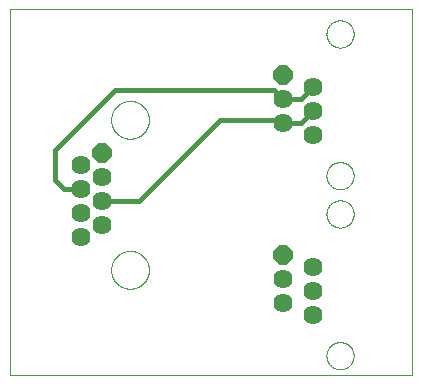
<source format=gtl>
G75*
%MOIN*%
%OFA0B0*%
%FSLAX25Y25*%
%IPPOS*%
%LPD*%
%AMOC8*
5,1,8,0,0,1.08239X$1,22.5*
%
%ADD10C,0.00000*%
%ADD11OC8,0.06378*%
%ADD12C,0.06378*%
%ADD13C,0.01600*%
D10*
X0001407Y0011778D02*
X0001407Y0133826D01*
X0135266Y0133826D01*
X0135266Y0011778D01*
X0001407Y0011778D01*
X0035108Y0046778D02*
X0035110Y0046936D01*
X0035116Y0047094D01*
X0035126Y0047252D01*
X0035140Y0047410D01*
X0035158Y0047567D01*
X0035179Y0047724D01*
X0035205Y0047880D01*
X0035235Y0048036D01*
X0035268Y0048191D01*
X0035306Y0048344D01*
X0035347Y0048497D01*
X0035392Y0048649D01*
X0035441Y0048800D01*
X0035494Y0048949D01*
X0035550Y0049097D01*
X0035610Y0049243D01*
X0035674Y0049388D01*
X0035742Y0049531D01*
X0035813Y0049673D01*
X0035887Y0049813D01*
X0035965Y0049950D01*
X0036047Y0050086D01*
X0036131Y0050220D01*
X0036220Y0050351D01*
X0036311Y0050480D01*
X0036406Y0050607D01*
X0036503Y0050732D01*
X0036604Y0050854D01*
X0036708Y0050973D01*
X0036815Y0051090D01*
X0036925Y0051204D01*
X0037038Y0051315D01*
X0037153Y0051424D01*
X0037271Y0051529D01*
X0037392Y0051631D01*
X0037515Y0051731D01*
X0037641Y0051827D01*
X0037769Y0051920D01*
X0037899Y0052010D01*
X0038032Y0052096D01*
X0038167Y0052180D01*
X0038303Y0052259D01*
X0038442Y0052336D01*
X0038583Y0052408D01*
X0038725Y0052478D01*
X0038869Y0052543D01*
X0039015Y0052605D01*
X0039162Y0052663D01*
X0039311Y0052718D01*
X0039461Y0052769D01*
X0039612Y0052816D01*
X0039764Y0052859D01*
X0039917Y0052898D01*
X0040072Y0052934D01*
X0040227Y0052965D01*
X0040383Y0052993D01*
X0040539Y0053017D01*
X0040696Y0053037D01*
X0040854Y0053053D01*
X0041011Y0053065D01*
X0041170Y0053073D01*
X0041328Y0053077D01*
X0041486Y0053077D01*
X0041644Y0053073D01*
X0041803Y0053065D01*
X0041960Y0053053D01*
X0042118Y0053037D01*
X0042275Y0053017D01*
X0042431Y0052993D01*
X0042587Y0052965D01*
X0042742Y0052934D01*
X0042897Y0052898D01*
X0043050Y0052859D01*
X0043202Y0052816D01*
X0043353Y0052769D01*
X0043503Y0052718D01*
X0043652Y0052663D01*
X0043799Y0052605D01*
X0043945Y0052543D01*
X0044089Y0052478D01*
X0044231Y0052408D01*
X0044372Y0052336D01*
X0044511Y0052259D01*
X0044647Y0052180D01*
X0044782Y0052096D01*
X0044915Y0052010D01*
X0045045Y0051920D01*
X0045173Y0051827D01*
X0045299Y0051731D01*
X0045422Y0051631D01*
X0045543Y0051529D01*
X0045661Y0051424D01*
X0045776Y0051315D01*
X0045889Y0051204D01*
X0045999Y0051090D01*
X0046106Y0050973D01*
X0046210Y0050854D01*
X0046311Y0050732D01*
X0046408Y0050607D01*
X0046503Y0050480D01*
X0046594Y0050351D01*
X0046683Y0050220D01*
X0046767Y0050086D01*
X0046849Y0049950D01*
X0046927Y0049813D01*
X0047001Y0049673D01*
X0047072Y0049531D01*
X0047140Y0049388D01*
X0047204Y0049243D01*
X0047264Y0049097D01*
X0047320Y0048949D01*
X0047373Y0048800D01*
X0047422Y0048649D01*
X0047467Y0048497D01*
X0047508Y0048344D01*
X0047546Y0048191D01*
X0047579Y0048036D01*
X0047609Y0047880D01*
X0047635Y0047724D01*
X0047656Y0047567D01*
X0047674Y0047410D01*
X0047688Y0047252D01*
X0047698Y0047094D01*
X0047704Y0046936D01*
X0047706Y0046778D01*
X0047704Y0046620D01*
X0047698Y0046462D01*
X0047688Y0046304D01*
X0047674Y0046146D01*
X0047656Y0045989D01*
X0047635Y0045832D01*
X0047609Y0045676D01*
X0047579Y0045520D01*
X0047546Y0045365D01*
X0047508Y0045212D01*
X0047467Y0045059D01*
X0047422Y0044907D01*
X0047373Y0044756D01*
X0047320Y0044607D01*
X0047264Y0044459D01*
X0047204Y0044313D01*
X0047140Y0044168D01*
X0047072Y0044025D01*
X0047001Y0043883D01*
X0046927Y0043743D01*
X0046849Y0043606D01*
X0046767Y0043470D01*
X0046683Y0043336D01*
X0046594Y0043205D01*
X0046503Y0043076D01*
X0046408Y0042949D01*
X0046311Y0042824D01*
X0046210Y0042702D01*
X0046106Y0042583D01*
X0045999Y0042466D01*
X0045889Y0042352D01*
X0045776Y0042241D01*
X0045661Y0042132D01*
X0045543Y0042027D01*
X0045422Y0041925D01*
X0045299Y0041825D01*
X0045173Y0041729D01*
X0045045Y0041636D01*
X0044915Y0041546D01*
X0044782Y0041460D01*
X0044647Y0041376D01*
X0044511Y0041297D01*
X0044372Y0041220D01*
X0044231Y0041148D01*
X0044089Y0041078D01*
X0043945Y0041013D01*
X0043799Y0040951D01*
X0043652Y0040893D01*
X0043503Y0040838D01*
X0043353Y0040787D01*
X0043202Y0040740D01*
X0043050Y0040697D01*
X0042897Y0040658D01*
X0042742Y0040622D01*
X0042587Y0040591D01*
X0042431Y0040563D01*
X0042275Y0040539D01*
X0042118Y0040519D01*
X0041960Y0040503D01*
X0041803Y0040491D01*
X0041644Y0040483D01*
X0041486Y0040479D01*
X0041328Y0040479D01*
X0041170Y0040483D01*
X0041011Y0040491D01*
X0040854Y0040503D01*
X0040696Y0040519D01*
X0040539Y0040539D01*
X0040383Y0040563D01*
X0040227Y0040591D01*
X0040072Y0040622D01*
X0039917Y0040658D01*
X0039764Y0040697D01*
X0039612Y0040740D01*
X0039461Y0040787D01*
X0039311Y0040838D01*
X0039162Y0040893D01*
X0039015Y0040951D01*
X0038869Y0041013D01*
X0038725Y0041078D01*
X0038583Y0041148D01*
X0038442Y0041220D01*
X0038303Y0041297D01*
X0038167Y0041376D01*
X0038032Y0041460D01*
X0037899Y0041546D01*
X0037769Y0041636D01*
X0037641Y0041729D01*
X0037515Y0041825D01*
X0037392Y0041925D01*
X0037271Y0042027D01*
X0037153Y0042132D01*
X0037038Y0042241D01*
X0036925Y0042352D01*
X0036815Y0042466D01*
X0036708Y0042583D01*
X0036604Y0042702D01*
X0036503Y0042824D01*
X0036406Y0042949D01*
X0036311Y0043076D01*
X0036220Y0043205D01*
X0036131Y0043336D01*
X0036047Y0043470D01*
X0035965Y0043606D01*
X0035887Y0043743D01*
X0035813Y0043883D01*
X0035742Y0044025D01*
X0035674Y0044168D01*
X0035610Y0044313D01*
X0035550Y0044459D01*
X0035494Y0044607D01*
X0035441Y0044756D01*
X0035392Y0044907D01*
X0035347Y0045059D01*
X0035306Y0045212D01*
X0035268Y0045365D01*
X0035235Y0045520D01*
X0035205Y0045676D01*
X0035179Y0045832D01*
X0035158Y0045989D01*
X0035140Y0046146D01*
X0035126Y0046304D01*
X0035116Y0046462D01*
X0035110Y0046620D01*
X0035108Y0046778D01*
X0035108Y0096778D02*
X0035110Y0096936D01*
X0035116Y0097094D01*
X0035126Y0097252D01*
X0035140Y0097410D01*
X0035158Y0097567D01*
X0035179Y0097724D01*
X0035205Y0097880D01*
X0035235Y0098036D01*
X0035268Y0098191D01*
X0035306Y0098344D01*
X0035347Y0098497D01*
X0035392Y0098649D01*
X0035441Y0098800D01*
X0035494Y0098949D01*
X0035550Y0099097D01*
X0035610Y0099243D01*
X0035674Y0099388D01*
X0035742Y0099531D01*
X0035813Y0099673D01*
X0035887Y0099813D01*
X0035965Y0099950D01*
X0036047Y0100086D01*
X0036131Y0100220D01*
X0036220Y0100351D01*
X0036311Y0100480D01*
X0036406Y0100607D01*
X0036503Y0100732D01*
X0036604Y0100854D01*
X0036708Y0100973D01*
X0036815Y0101090D01*
X0036925Y0101204D01*
X0037038Y0101315D01*
X0037153Y0101424D01*
X0037271Y0101529D01*
X0037392Y0101631D01*
X0037515Y0101731D01*
X0037641Y0101827D01*
X0037769Y0101920D01*
X0037899Y0102010D01*
X0038032Y0102096D01*
X0038167Y0102180D01*
X0038303Y0102259D01*
X0038442Y0102336D01*
X0038583Y0102408D01*
X0038725Y0102478D01*
X0038869Y0102543D01*
X0039015Y0102605D01*
X0039162Y0102663D01*
X0039311Y0102718D01*
X0039461Y0102769D01*
X0039612Y0102816D01*
X0039764Y0102859D01*
X0039917Y0102898D01*
X0040072Y0102934D01*
X0040227Y0102965D01*
X0040383Y0102993D01*
X0040539Y0103017D01*
X0040696Y0103037D01*
X0040854Y0103053D01*
X0041011Y0103065D01*
X0041170Y0103073D01*
X0041328Y0103077D01*
X0041486Y0103077D01*
X0041644Y0103073D01*
X0041803Y0103065D01*
X0041960Y0103053D01*
X0042118Y0103037D01*
X0042275Y0103017D01*
X0042431Y0102993D01*
X0042587Y0102965D01*
X0042742Y0102934D01*
X0042897Y0102898D01*
X0043050Y0102859D01*
X0043202Y0102816D01*
X0043353Y0102769D01*
X0043503Y0102718D01*
X0043652Y0102663D01*
X0043799Y0102605D01*
X0043945Y0102543D01*
X0044089Y0102478D01*
X0044231Y0102408D01*
X0044372Y0102336D01*
X0044511Y0102259D01*
X0044647Y0102180D01*
X0044782Y0102096D01*
X0044915Y0102010D01*
X0045045Y0101920D01*
X0045173Y0101827D01*
X0045299Y0101731D01*
X0045422Y0101631D01*
X0045543Y0101529D01*
X0045661Y0101424D01*
X0045776Y0101315D01*
X0045889Y0101204D01*
X0045999Y0101090D01*
X0046106Y0100973D01*
X0046210Y0100854D01*
X0046311Y0100732D01*
X0046408Y0100607D01*
X0046503Y0100480D01*
X0046594Y0100351D01*
X0046683Y0100220D01*
X0046767Y0100086D01*
X0046849Y0099950D01*
X0046927Y0099813D01*
X0047001Y0099673D01*
X0047072Y0099531D01*
X0047140Y0099388D01*
X0047204Y0099243D01*
X0047264Y0099097D01*
X0047320Y0098949D01*
X0047373Y0098800D01*
X0047422Y0098649D01*
X0047467Y0098497D01*
X0047508Y0098344D01*
X0047546Y0098191D01*
X0047579Y0098036D01*
X0047609Y0097880D01*
X0047635Y0097724D01*
X0047656Y0097567D01*
X0047674Y0097410D01*
X0047688Y0097252D01*
X0047698Y0097094D01*
X0047704Y0096936D01*
X0047706Y0096778D01*
X0047704Y0096620D01*
X0047698Y0096462D01*
X0047688Y0096304D01*
X0047674Y0096146D01*
X0047656Y0095989D01*
X0047635Y0095832D01*
X0047609Y0095676D01*
X0047579Y0095520D01*
X0047546Y0095365D01*
X0047508Y0095212D01*
X0047467Y0095059D01*
X0047422Y0094907D01*
X0047373Y0094756D01*
X0047320Y0094607D01*
X0047264Y0094459D01*
X0047204Y0094313D01*
X0047140Y0094168D01*
X0047072Y0094025D01*
X0047001Y0093883D01*
X0046927Y0093743D01*
X0046849Y0093606D01*
X0046767Y0093470D01*
X0046683Y0093336D01*
X0046594Y0093205D01*
X0046503Y0093076D01*
X0046408Y0092949D01*
X0046311Y0092824D01*
X0046210Y0092702D01*
X0046106Y0092583D01*
X0045999Y0092466D01*
X0045889Y0092352D01*
X0045776Y0092241D01*
X0045661Y0092132D01*
X0045543Y0092027D01*
X0045422Y0091925D01*
X0045299Y0091825D01*
X0045173Y0091729D01*
X0045045Y0091636D01*
X0044915Y0091546D01*
X0044782Y0091460D01*
X0044647Y0091376D01*
X0044511Y0091297D01*
X0044372Y0091220D01*
X0044231Y0091148D01*
X0044089Y0091078D01*
X0043945Y0091013D01*
X0043799Y0090951D01*
X0043652Y0090893D01*
X0043503Y0090838D01*
X0043353Y0090787D01*
X0043202Y0090740D01*
X0043050Y0090697D01*
X0042897Y0090658D01*
X0042742Y0090622D01*
X0042587Y0090591D01*
X0042431Y0090563D01*
X0042275Y0090539D01*
X0042118Y0090519D01*
X0041960Y0090503D01*
X0041803Y0090491D01*
X0041644Y0090483D01*
X0041486Y0090479D01*
X0041328Y0090479D01*
X0041170Y0090483D01*
X0041011Y0090491D01*
X0040854Y0090503D01*
X0040696Y0090519D01*
X0040539Y0090539D01*
X0040383Y0090563D01*
X0040227Y0090591D01*
X0040072Y0090622D01*
X0039917Y0090658D01*
X0039764Y0090697D01*
X0039612Y0090740D01*
X0039461Y0090787D01*
X0039311Y0090838D01*
X0039162Y0090893D01*
X0039015Y0090951D01*
X0038869Y0091013D01*
X0038725Y0091078D01*
X0038583Y0091148D01*
X0038442Y0091220D01*
X0038303Y0091297D01*
X0038167Y0091376D01*
X0038032Y0091460D01*
X0037899Y0091546D01*
X0037769Y0091636D01*
X0037641Y0091729D01*
X0037515Y0091825D01*
X0037392Y0091925D01*
X0037271Y0092027D01*
X0037153Y0092132D01*
X0037038Y0092241D01*
X0036925Y0092352D01*
X0036815Y0092466D01*
X0036708Y0092583D01*
X0036604Y0092702D01*
X0036503Y0092824D01*
X0036406Y0092949D01*
X0036311Y0093076D01*
X0036220Y0093205D01*
X0036131Y0093336D01*
X0036047Y0093470D01*
X0035965Y0093606D01*
X0035887Y0093743D01*
X0035813Y0093883D01*
X0035742Y0094025D01*
X0035674Y0094168D01*
X0035610Y0094313D01*
X0035550Y0094459D01*
X0035494Y0094607D01*
X0035441Y0094756D01*
X0035392Y0094907D01*
X0035347Y0095059D01*
X0035306Y0095212D01*
X0035268Y0095365D01*
X0035235Y0095520D01*
X0035205Y0095676D01*
X0035179Y0095832D01*
X0035158Y0095989D01*
X0035140Y0096146D01*
X0035126Y0096304D01*
X0035116Y0096462D01*
X0035110Y0096620D01*
X0035108Y0096778D01*
X0106879Y0078156D02*
X0106881Y0078290D01*
X0106887Y0078424D01*
X0106897Y0078558D01*
X0106911Y0078692D01*
X0106929Y0078825D01*
X0106950Y0078957D01*
X0106976Y0079089D01*
X0107006Y0079220D01*
X0107039Y0079350D01*
X0107076Y0079478D01*
X0107118Y0079606D01*
X0107162Y0079733D01*
X0107211Y0079858D01*
X0107263Y0079981D01*
X0107319Y0080103D01*
X0107379Y0080224D01*
X0107442Y0080342D01*
X0107508Y0080459D01*
X0107578Y0080573D01*
X0107651Y0080686D01*
X0107728Y0080796D01*
X0107808Y0080904D01*
X0107891Y0081009D01*
X0107977Y0081112D01*
X0108066Y0081212D01*
X0108158Y0081310D01*
X0108253Y0081405D01*
X0108351Y0081497D01*
X0108451Y0081586D01*
X0108554Y0081672D01*
X0108659Y0081755D01*
X0108767Y0081835D01*
X0108877Y0081912D01*
X0108990Y0081985D01*
X0109104Y0082055D01*
X0109221Y0082121D01*
X0109339Y0082184D01*
X0109460Y0082244D01*
X0109582Y0082300D01*
X0109705Y0082352D01*
X0109830Y0082401D01*
X0109957Y0082445D01*
X0110085Y0082487D01*
X0110213Y0082524D01*
X0110343Y0082557D01*
X0110474Y0082587D01*
X0110606Y0082613D01*
X0110738Y0082634D01*
X0110871Y0082652D01*
X0111005Y0082666D01*
X0111139Y0082676D01*
X0111273Y0082682D01*
X0111407Y0082684D01*
X0111541Y0082682D01*
X0111675Y0082676D01*
X0111809Y0082666D01*
X0111943Y0082652D01*
X0112076Y0082634D01*
X0112208Y0082613D01*
X0112340Y0082587D01*
X0112471Y0082557D01*
X0112601Y0082524D01*
X0112729Y0082487D01*
X0112857Y0082445D01*
X0112984Y0082401D01*
X0113109Y0082352D01*
X0113232Y0082300D01*
X0113354Y0082244D01*
X0113475Y0082184D01*
X0113593Y0082121D01*
X0113710Y0082055D01*
X0113824Y0081985D01*
X0113937Y0081912D01*
X0114047Y0081835D01*
X0114155Y0081755D01*
X0114260Y0081672D01*
X0114363Y0081586D01*
X0114463Y0081497D01*
X0114561Y0081405D01*
X0114656Y0081310D01*
X0114748Y0081212D01*
X0114837Y0081112D01*
X0114923Y0081009D01*
X0115006Y0080904D01*
X0115086Y0080796D01*
X0115163Y0080686D01*
X0115236Y0080573D01*
X0115306Y0080459D01*
X0115372Y0080342D01*
X0115435Y0080224D01*
X0115495Y0080103D01*
X0115551Y0079981D01*
X0115603Y0079858D01*
X0115652Y0079733D01*
X0115696Y0079606D01*
X0115738Y0079478D01*
X0115775Y0079350D01*
X0115808Y0079220D01*
X0115838Y0079089D01*
X0115864Y0078957D01*
X0115885Y0078825D01*
X0115903Y0078692D01*
X0115917Y0078558D01*
X0115927Y0078424D01*
X0115933Y0078290D01*
X0115935Y0078156D01*
X0115933Y0078022D01*
X0115927Y0077888D01*
X0115917Y0077754D01*
X0115903Y0077620D01*
X0115885Y0077487D01*
X0115864Y0077355D01*
X0115838Y0077223D01*
X0115808Y0077092D01*
X0115775Y0076962D01*
X0115738Y0076834D01*
X0115696Y0076706D01*
X0115652Y0076579D01*
X0115603Y0076454D01*
X0115551Y0076331D01*
X0115495Y0076209D01*
X0115435Y0076088D01*
X0115372Y0075970D01*
X0115306Y0075853D01*
X0115236Y0075739D01*
X0115163Y0075626D01*
X0115086Y0075516D01*
X0115006Y0075408D01*
X0114923Y0075303D01*
X0114837Y0075200D01*
X0114748Y0075100D01*
X0114656Y0075002D01*
X0114561Y0074907D01*
X0114463Y0074815D01*
X0114363Y0074726D01*
X0114260Y0074640D01*
X0114155Y0074557D01*
X0114047Y0074477D01*
X0113937Y0074400D01*
X0113824Y0074327D01*
X0113710Y0074257D01*
X0113593Y0074191D01*
X0113475Y0074128D01*
X0113354Y0074068D01*
X0113232Y0074012D01*
X0113109Y0073960D01*
X0112984Y0073911D01*
X0112857Y0073867D01*
X0112729Y0073825D01*
X0112601Y0073788D01*
X0112471Y0073755D01*
X0112340Y0073725D01*
X0112208Y0073699D01*
X0112076Y0073678D01*
X0111943Y0073660D01*
X0111809Y0073646D01*
X0111675Y0073636D01*
X0111541Y0073630D01*
X0111407Y0073628D01*
X0111273Y0073630D01*
X0111139Y0073636D01*
X0111005Y0073646D01*
X0110871Y0073660D01*
X0110738Y0073678D01*
X0110606Y0073699D01*
X0110474Y0073725D01*
X0110343Y0073755D01*
X0110213Y0073788D01*
X0110085Y0073825D01*
X0109957Y0073867D01*
X0109830Y0073911D01*
X0109705Y0073960D01*
X0109582Y0074012D01*
X0109460Y0074068D01*
X0109339Y0074128D01*
X0109221Y0074191D01*
X0109104Y0074257D01*
X0108990Y0074327D01*
X0108877Y0074400D01*
X0108767Y0074477D01*
X0108659Y0074557D01*
X0108554Y0074640D01*
X0108451Y0074726D01*
X0108351Y0074815D01*
X0108253Y0074907D01*
X0108158Y0075002D01*
X0108066Y0075100D01*
X0107977Y0075200D01*
X0107891Y0075303D01*
X0107808Y0075408D01*
X0107728Y0075516D01*
X0107651Y0075626D01*
X0107578Y0075739D01*
X0107508Y0075853D01*
X0107442Y0075970D01*
X0107379Y0076088D01*
X0107319Y0076209D01*
X0107263Y0076331D01*
X0107211Y0076454D01*
X0107162Y0076579D01*
X0107118Y0076706D01*
X0107076Y0076834D01*
X0107039Y0076962D01*
X0107006Y0077092D01*
X0106976Y0077223D01*
X0106950Y0077355D01*
X0106929Y0077487D01*
X0106911Y0077620D01*
X0106897Y0077754D01*
X0106887Y0077888D01*
X0106881Y0078022D01*
X0106879Y0078156D01*
X0106879Y0065400D02*
X0106881Y0065534D01*
X0106887Y0065668D01*
X0106897Y0065802D01*
X0106911Y0065936D01*
X0106929Y0066069D01*
X0106950Y0066201D01*
X0106976Y0066333D01*
X0107006Y0066464D01*
X0107039Y0066594D01*
X0107076Y0066722D01*
X0107118Y0066850D01*
X0107162Y0066977D01*
X0107211Y0067102D01*
X0107263Y0067225D01*
X0107319Y0067347D01*
X0107379Y0067468D01*
X0107442Y0067586D01*
X0107508Y0067703D01*
X0107578Y0067817D01*
X0107651Y0067930D01*
X0107728Y0068040D01*
X0107808Y0068148D01*
X0107891Y0068253D01*
X0107977Y0068356D01*
X0108066Y0068456D01*
X0108158Y0068554D01*
X0108253Y0068649D01*
X0108351Y0068741D01*
X0108451Y0068830D01*
X0108554Y0068916D01*
X0108659Y0068999D01*
X0108767Y0069079D01*
X0108877Y0069156D01*
X0108990Y0069229D01*
X0109104Y0069299D01*
X0109221Y0069365D01*
X0109339Y0069428D01*
X0109460Y0069488D01*
X0109582Y0069544D01*
X0109705Y0069596D01*
X0109830Y0069645D01*
X0109957Y0069689D01*
X0110085Y0069731D01*
X0110213Y0069768D01*
X0110343Y0069801D01*
X0110474Y0069831D01*
X0110606Y0069857D01*
X0110738Y0069878D01*
X0110871Y0069896D01*
X0111005Y0069910D01*
X0111139Y0069920D01*
X0111273Y0069926D01*
X0111407Y0069928D01*
X0111541Y0069926D01*
X0111675Y0069920D01*
X0111809Y0069910D01*
X0111943Y0069896D01*
X0112076Y0069878D01*
X0112208Y0069857D01*
X0112340Y0069831D01*
X0112471Y0069801D01*
X0112601Y0069768D01*
X0112729Y0069731D01*
X0112857Y0069689D01*
X0112984Y0069645D01*
X0113109Y0069596D01*
X0113232Y0069544D01*
X0113354Y0069488D01*
X0113475Y0069428D01*
X0113593Y0069365D01*
X0113710Y0069299D01*
X0113824Y0069229D01*
X0113937Y0069156D01*
X0114047Y0069079D01*
X0114155Y0068999D01*
X0114260Y0068916D01*
X0114363Y0068830D01*
X0114463Y0068741D01*
X0114561Y0068649D01*
X0114656Y0068554D01*
X0114748Y0068456D01*
X0114837Y0068356D01*
X0114923Y0068253D01*
X0115006Y0068148D01*
X0115086Y0068040D01*
X0115163Y0067930D01*
X0115236Y0067817D01*
X0115306Y0067703D01*
X0115372Y0067586D01*
X0115435Y0067468D01*
X0115495Y0067347D01*
X0115551Y0067225D01*
X0115603Y0067102D01*
X0115652Y0066977D01*
X0115696Y0066850D01*
X0115738Y0066722D01*
X0115775Y0066594D01*
X0115808Y0066464D01*
X0115838Y0066333D01*
X0115864Y0066201D01*
X0115885Y0066069D01*
X0115903Y0065936D01*
X0115917Y0065802D01*
X0115927Y0065668D01*
X0115933Y0065534D01*
X0115935Y0065400D01*
X0115933Y0065266D01*
X0115927Y0065132D01*
X0115917Y0064998D01*
X0115903Y0064864D01*
X0115885Y0064731D01*
X0115864Y0064599D01*
X0115838Y0064467D01*
X0115808Y0064336D01*
X0115775Y0064206D01*
X0115738Y0064078D01*
X0115696Y0063950D01*
X0115652Y0063823D01*
X0115603Y0063698D01*
X0115551Y0063575D01*
X0115495Y0063453D01*
X0115435Y0063332D01*
X0115372Y0063214D01*
X0115306Y0063097D01*
X0115236Y0062983D01*
X0115163Y0062870D01*
X0115086Y0062760D01*
X0115006Y0062652D01*
X0114923Y0062547D01*
X0114837Y0062444D01*
X0114748Y0062344D01*
X0114656Y0062246D01*
X0114561Y0062151D01*
X0114463Y0062059D01*
X0114363Y0061970D01*
X0114260Y0061884D01*
X0114155Y0061801D01*
X0114047Y0061721D01*
X0113937Y0061644D01*
X0113824Y0061571D01*
X0113710Y0061501D01*
X0113593Y0061435D01*
X0113475Y0061372D01*
X0113354Y0061312D01*
X0113232Y0061256D01*
X0113109Y0061204D01*
X0112984Y0061155D01*
X0112857Y0061111D01*
X0112729Y0061069D01*
X0112601Y0061032D01*
X0112471Y0060999D01*
X0112340Y0060969D01*
X0112208Y0060943D01*
X0112076Y0060922D01*
X0111943Y0060904D01*
X0111809Y0060890D01*
X0111675Y0060880D01*
X0111541Y0060874D01*
X0111407Y0060872D01*
X0111273Y0060874D01*
X0111139Y0060880D01*
X0111005Y0060890D01*
X0110871Y0060904D01*
X0110738Y0060922D01*
X0110606Y0060943D01*
X0110474Y0060969D01*
X0110343Y0060999D01*
X0110213Y0061032D01*
X0110085Y0061069D01*
X0109957Y0061111D01*
X0109830Y0061155D01*
X0109705Y0061204D01*
X0109582Y0061256D01*
X0109460Y0061312D01*
X0109339Y0061372D01*
X0109221Y0061435D01*
X0109104Y0061501D01*
X0108990Y0061571D01*
X0108877Y0061644D01*
X0108767Y0061721D01*
X0108659Y0061801D01*
X0108554Y0061884D01*
X0108451Y0061970D01*
X0108351Y0062059D01*
X0108253Y0062151D01*
X0108158Y0062246D01*
X0108066Y0062344D01*
X0107977Y0062444D01*
X0107891Y0062547D01*
X0107808Y0062652D01*
X0107728Y0062760D01*
X0107651Y0062870D01*
X0107578Y0062983D01*
X0107508Y0063097D01*
X0107442Y0063214D01*
X0107379Y0063332D01*
X0107319Y0063453D01*
X0107263Y0063575D01*
X0107211Y0063698D01*
X0107162Y0063823D01*
X0107118Y0063950D01*
X0107076Y0064078D01*
X0107039Y0064206D01*
X0107006Y0064336D01*
X0106976Y0064467D01*
X0106950Y0064599D01*
X0106929Y0064731D01*
X0106911Y0064864D01*
X0106897Y0064998D01*
X0106887Y0065132D01*
X0106881Y0065266D01*
X0106879Y0065400D01*
X0106879Y0018156D02*
X0106881Y0018290D01*
X0106887Y0018424D01*
X0106897Y0018558D01*
X0106911Y0018692D01*
X0106929Y0018825D01*
X0106950Y0018957D01*
X0106976Y0019089D01*
X0107006Y0019220D01*
X0107039Y0019350D01*
X0107076Y0019478D01*
X0107118Y0019606D01*
X0107162Y0019733D01*
X0107211Y0019858D01*
X0107263Y0019981D01*
X0107319Y0020103D01*
X0107379Y0020224D01*
X0107442Y0020342D01*
X0107508Y0020459D01*
X0107578Y0020573D01*
X0107651Y0020686D01*
X0107728Y0020796D01*
X0107808Y0020904D01*
X0107891Y0021009D01*
X0107977Y0021112D01*
X0108066Y0021212D01*
X0108158Y0021310D01*
X0108253Y0021405D01*
X0108351Y0021497D01*
X0108451Y0021586D01*
X0108554Y0021672D01*
X0108659Y0021755D01*
X0108767Y0021835D01*
X0108877Y0021912D01*
X0108990Y0021985D01*
X0109104Y0022055D01*
X0109221Y0022121D01*
X0109339Y0022184D01*
X0109460Y0022244D01*
X0109582Y0022300D01*
X0109705Y0022352D01*
X0109830Y0022401D01*
X0109957Y0022445D01*
X0110085Y0022487D01*
X0110213Y0022524D01*
X0110343Y0022557D01*
X0110474Y0022587D01*
X0110606Y0022613D01*
X0110738Y0022634D01*
X0110871Y0022652D01*
X0111005Y0022666D01*
X0111139Y0022676D01*
X0111273Y0022682D01*
X0111407Y0022684D01*
X0111541Y0022682D01*
X0111675Y0022676D01*
X0111809Y0022666D01*
X0111943Y0022652D01*
X0112076Y0022634D01*
X0112208Y0022613D01*
X0112340Y0022587D01*
X0112471Y0022557D01*
X0112601Y0022524D01*
X0112729Y0022487D01*
X0112857Y0022445D01*
X0112984Y0022401D01*
X0113109Y0022352D01*
X0113232Y0022300D01*
X0113354Y0022244D01*
X0113475Y0022184D01*
X0113593Y0022121D01*
X0113710Y0022055D01*
X0113824Y0021985D01*
X0113937Y0021912D01*
X0114047Y0021835D01*
X0114155Y0021755D01*
X0114260Y0021672D01*
X0114363Y0021586D01*
X0114463Y0021497D01*
X0114561Y0021405D01*
X0114656Y0021310D01*
X0114748Y0021212D01*
X0114837Y0021112D01*
X0114923Y0021009D01*
X0115006Y0020904D01*
X0115086Y0020796D01*
X0115163Y0020686D01*
X0115236Y0020573D01*
X0115306Y0020459D01*
X0115372Y0020342D01*
X0115435Y0020224D01*
X0115495Y0020103D01*
X0115551Y0019981D01*
X0115603Y0019858D01*
X0115652Y0019733D01*
X0115696Y0019606D01*
X0115738Y0019478D01*
X0115775Y0019350D01*
X0115808Y0019220D01*
X0115838Y0019089D01*
X0115864Y0018957D01*
X0115885Y0018825D01*
X0115903Y0018692D01*
X0115917Y0018558D01*
X0115927Y0018424D01*
X0115933Y0018290D01*
X0115935Y0018156D01*
X0115933Y0018022D01*
X0115927Y0017888D01*
X0115917Y0017754D01*
X0115903Y0017620D01*
X0115885Y0017487D01*
X0115864Y0017355D01*
X0115838Y0017223D01*
X0115808Y0017092D01*
X0115775Y0016962D01*
X0115738Y0016834D01*
X0115696Y0016706D01*
X0115652Y0016579D01*
X0115603Y0016454D01*
X0115551Y0016331D01*
X0115495Y0016209D01*
X0115435Y0016088D01*
X0115372Y0015970D01*
X0115306Y0015853D01*
X0115236Y0015739D01*
X0115163Y0015626D01*
X0115086Y0015516D01*
X0115006Y0015408D01*
X0114923Y0015303D01*
X0114837Y0015200D01*
X0114748Y0015100D01*
X0114656Y0015002D01*
X0114561Y0014907D01*
X0114463Y0014815D01*
X0114363Y0014726D01*
X0114260Y0014640D01*
X0114155Y0014557D01*
X0114047Y0014477D01*
X0113937Y0014400D01*
X0113824Y0014327D01*
X0113710Y0014257D01*
X0113593Y0014191D01*
X0113475Y0014128D01*
X0113354Y0014068D01*
X0113232Y0014012D01*
X0113109Y0013960D01*
X0112984Y0013911D01*
X0112857Y0013867D01*
X0112729Y0013825D01*
X0112601Y0013788D01*
X0112471Y0013755D01*
X0112340Y0013725D01*
X0112208Y0013699D01*
X0112076Y0013678D01*
X0111943Y0013660D01*
X0111809Y0013646D01*
X0111675Y0013636D01*
X0111541Y0013630D01*
X0111407Y0013628D01*
X0111273Y0013630D01*
X0111139Y0013636D01*
X0111005Y0013646D01*
X0110871Y0013660D01*
X0110738Y0013678D01*
X0110606Y0013699D01*
X0110474Y0013725D01*
X0110343Y0013755D01*
X0110213Y0013788D01*
X0110085Y0013825D01*
X0109957Y0013867D01*
X0109830Y0013911D01*
X0109705Y0013960D01*
X0109582Y0014012D01*
X0109460Y0014068D01*
X0109339Y0014128D01*
X0109221Y0014191D01*
X0109104Y0014257D01*
X0108990Y0014327D01*
X0108877Y0014400D01*
X0108767Y0014477D01*
X0108659Y0014557D01*
X0108554Y0014640D01*
X0108451Y0014726D01*
X0108351Y0014815D01*
X0108253Y0014907D01*
X0108158Y0015002D01*
X0108066Y0015100D01*
X0107977Y0015200D01*
X0107891Y0015303D01*
X0107808Y0015408D01*
X0107728Y0015516D01*
X0107651Y0015626D01*
X0107578Y0015739D01*
X0107508Y0015853D01*
X0107442Y0015970D01*
X0107379Y0016088D01*
X0107319Y0016209D01*
X0107263Y0016331D01*
X0107211Y0016454D01*
X0107162Y0016579D01*
X0107118Y0016706D01*
X0107076Y0016834D01*
X0107039Y0016962D01*
X0107006Y0017092D01*
X0106976Y0017223D01*
X0106950Y0017355D01*
X0106929Y0017487D01*
X0106911Y0017620D01*
X0106897Y0017754D01*
X0106887Y0017888D01*
X0106881Y0018022D01*
X0106879Y0018156D01*
X0106879Y0125400D02*
X0106881Y0125534D01*
X0106887Y0125668D01*
X0106897Y0125802D01*
X0106911Y0125936D01*
X0106929Y0126069D01*
X0106950Y0126201D01*
X0106976Y0126333D01*
X0107006Y0126464D01*
X0107039Y0126594D01*
X0107076Y0126722D01*
X0107118Y0126850D01*
X0107162Y0126977D01*
X0107211Y0127102D01*
X0107263Y0127225D01*
X0107319Y0127347D01*
X0107379Y0127468D01*
X0107442Y0127586D01*
X0107508Y0127703D01*
X0107578Y0127817D01*
X0107651Y0127930D01*
X0107728Y0128040D01*
X0107808Y0128148D01*
X0107891Y0128253D01*
X0107977Y0128356D01*
X0108066Y0128456D01*
X0108158Y0128554D01*
X0108253Y0128649D01*
X0108351Y0128741D01*
X0108451Y0128830D01*
X0108554Y0128916D01*
X0108659Y0128999D01*
X0108767Y0129079D01*
X0108877Y0129156D01*
X0108990Y0129229D01*
X0109104Y0129299D01*
X0109221Y0129365D01*
X0109339Y0129428D01*
X0109460Y0129488D01*
X0109582Y0129544D01*
X0109705Y0129596D01*
X0109830Y0129645D01*
X0109957Y0129689D01*
X0110085Y0129731D01*
X0110213Y0129768D01*
X0110343Y0129801D01*
X0110474Y0129831D01*
X0110606Y0129857D01*
X0110738Y0129878D01*
X0110871Y0129896D01*
X0111005Y0129910D01*
X0111139Y0129920D01*
X0111273Y0129926D01*
X0111407Y0129928D01*
X0111541Y0129926D01*
X0111675Y0129920D01*
X0111809Y0129910D01*
X0111943Y0129896D01*
X0112076Y0129878D01*
X0112208Y0129857D01*
X0112340Y0129831D01*
X0112471Y0129801D01*
X0112601Y0129768D01*
X0112729Y0129731D01*
X0112857Y0129689D01*
X0112984Y0129645D01*
X0113109Y0129596D01*
X0113232Y0129544D01*
X0113354Y0129488D01*
X0113475Y0129428D01*
X0113593Y0129365D01*
X0113710Y0129299D01*
X0113824Y0129229D01*
X0113937Y0129156D01*
X0114047Y0129079D01*
X0114155Y0128999D01*
X0114260Y0128916D01*
X0114363Y0128830D01*
X0114463Y0128741D01*
X0114561Y0128649D01*
X0114656Y0128554D01*
X0114748Y0128456D01*
X0114837Y0128356D01*
X0114923Y0128253D01*
X0115006Y0128148D01*
X0115086Y0128040D01*
X0115163Y0127930D01*
X0115236Y0127817D01*
X0115306Y0127703D01*
X0115372Y0127586D01*
X0115435Y0127468D01*
X0115495Y0127347D01*
X0115551Y0127225D01*
X0115603Y0127102D01*
X0115652Y0126977D01*
X0115696Y0126850D01*
X0115738Y0126722D01*
X0115775Y0126594D01*
X0115808Y0126464D01*
X0115838Y0126333D01*
X0115864Y0126201D01*
X0115885Y0126069D01*
X0115903Y0125936D01*
X0115917Y0125802D01*
X0115927Y0125668D01*
X0115933Y0125534D01*
X0115935Y0125400D01*
X0115933Y0125266D01*
X0115927Y0125132D01*
X0115917Y0124998D01*
X0115903Y0124864D01*
X0115885Y0124731D01*
X0115864Y0124599D01*
X0115838Y0124467D01*
X0115808Y0124336D01*
X0115775Y0124206D01*
X0115738Y0124078D01*
X0115696Y0123950D01*
X0115652Y0123823D01*
X0115603Y0123698D01*
X0115551Y0123575D01*
X0115495Y0123453D01*
X0115435Y0123332D01*
X0115372Y0123214D01*
X0115306Y0123097D01*
X0115236Y0122983D01*
X0115163Y0122870D01*
X0115086Y0122760D01*
X0115006Y0122652D01*
X0114923Y0122547D01*
X0114837Y0122444D01*
X0114748Y0122344D01*
X0114656Y0122246D01*
X0114561Y0122151D01*
X0114463Y0122059D01*
X0114363Y0121970D01*
X0114260Y0121884D01*
X0114155Y0121801D01*
X0114047Y0121721D01*
X0113937Y0121644D01*
X0113824Y0121571D01*
X0113710Y0121501D01*
X0113593Y0121435D01*
X0113475Y0121372D01*
X0113354Y0121312D01*
X0113232Y0121256D01*
X0113109Y0121204D01*
X0112984Y0121155D01*
X0112857Y0121111D01*
X0112729Y0121069D01*
X0112601Y0121032D01*
X0112471Y0120999D01*
X0112340Y0120969D01*
X0112208Y0120943D01*
X0112076Y0120922D01*
X0111943Y0120904D01*
X0111809Y0120890D01*
X0111675Y0120880D01*
X0111541Y0120874D01*
X0111407Y0120872D01*
X0111273Y0120874D01*
X0111139Y0120880D01*
X0111005Y0120890D01*
X0110871Y0120904D01*
X0110738Y0120922D01*
X0110606Y0120943D01*
X0110474Y0120969D01*
X0110343Y0120999D01*
X0110213Y0121032D01*
X0110085Y0121069D01*
X0109957Y0121111D01*
X0109830Y0121155D01*
X0109705Y0121204D01*
X0109582Y0121256D01*
X0109460Y0121312D01*
X0109339Y0121372D01*
X0109221Y0121435D01*
X0109104Y0121501D01*
X0108990Y0121571D01*
X0108877Y0121644D01*
X0108767Y0121721D01*
X0108659Y0121801D01*
X0108554Y0121884D01*
X0108451Y0121970D01*
X0108351Y0122059D01*
X0108253Y0122151D01*
X0108158Y0122246D01*
X0108066Y0122344D01*
X0107977Y0122444D01*
X0107891Y0122547D01*
X0107808Y0122652D01*
X0107728Y0122760D01*
X0107651Y0122870D01*
X0107578Y0122983D01*
X0107508Y0123097D01*
X0107442Y0123214D01*
X0107379Y0123332D01*
X0107319Y0123453D01*
X0107263Y0123575D01*
X0107211Y0123698D01*
X0107162Y0123823D01*
X0107118Y0123950D01*
X0107076Y0124078D01*
X0107039Y0124206D01*
X0107006Y0124336D01*
X0106976Y0124467D01*
X0106950Y0124599D01*
X0106929Y0124731D01*
X0106911Y0124864D01*
X0106897Y0124998D01*
X0106887Y0125132D01*
X0106881Y0125266D01*
X0106879Y0125400D01*
D11*
X0092352Y0111818D03*
X0092352Y0051818D03*
X0032156Y0085833D03*
D12*
X0025148Y0081818D03*
X0032156Y0077822D03*
X0025148Y0073806D03*
X0032156Y0069751D03*
X0025148Y0065735D03*
X0032156Y0061739D03*
X0025148Y0057723D03*
X0092352Y0043786D03*
X0092352Y0035755D03*
X0102352Y0039770D03*
X0102352Y0031739D03*
X0102352Y0047802D03*
X0102352Y0091739D03*
X0102352Y0099770D03*
X0102352Y0107802D03*
X0092352Y0103786D03*
X0092352Y0095755D03*
D13*
X0098337Y0095755D01*
X0102352Y0099770D01*
X0098337Y0103786D02*
X0102352Y0107802D01*
X0098337Y0103786D02*
X0092352Y0103786D01*
X0089360Y0106778D01*
X0036407Y0106778D01*
X0016407Y0086778D01*
X0016407Y0076778D01*
X0019380Y0073806D01*
X0025148Y0073806D01*
X0032156Y0069751D02*
X0044380Y0069751D01*
X0071407Y0096778D01*
X0091329Y0096778D01*
X0092352Y0095755D01*
M02*

</source>
